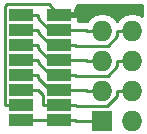
<source format=gtl>
G04 #@! TF.FileFunction,Copper,L1,Top,Signal*
%FSLAX46Y46*%
G04 Gerber Fmt 4.6, Leading zero omitted, Abs format (unit mm)*
G04 Created by KiCad (PCBNEW 4.0.6) date Monday 02 October 2017 'à' 00:53:35*
%MOMM*%
%LPD*%
G01*
G04 APERTURE LIST*
%ADD10C,0.100000*%
%ADD11R,1.727200X1.727200*%
%ADD12O,1.727200X1.727200*%
%ADD13R,2.000000X1.000000*%
%ADD14C,0.889000*%
%ADD15C,0.254000*%
G04 APERTURE END LIST*
D10*
D11*
X126925000Y-78675000D03*
D12*
X129465000Y-78675000D03*
X126925000Y-76135000D03*
X129465000Y-76135000D03*
X126925000Y-73595000D03*
X129465000Y-73595000D03*
X126925000Y-71055000D03*
X129465000Y-71055000D03*
D13*
X123300000Y-78600000D03*
X123300000Y-77330000D03*
X123300000Y-76060000D03*
X123300000Y-74790000D03*
X123300000Y-73520000D03*
X123300000Y-72250000D03*
X123300000Y-70980000D03*
X123300000Y-69710000D03*
X120100000Y-78600000D03*
X120100000Y-77330000D03*
X120100000Y-76060000D03*
X120100000Y-74790000D03*
X120100000Y-73520000D03*
X120100000Y-72250000D03*
X120100000Y-70980000D03*
X120100000Y-69710000D03*
D14*
X124999600Y-69391700D03*
D15*
X120100000Y-78600000D02*
X123300000Y-78600000D01*
X124756300Y-78675000D02*
X126925000Y-78675000D01*
X124681300Y-78600000D02*
X124756300Y-78675000D01*
X123300000Y-78600000D02*
X124681300Y-78600000D01*
X123300000Y-69710000D02*
X124681300Y-69710000D01*
X124999600Y-69391700D02*
X124681300Y-69710000D01*
X122418600Y-68828600D02*
X123300000Y-69710000D01*
X118875400Y-68828600D02*
X122418600Y-68828600D01*
X118718700Y-68985300D02*
X118875400Y-68828600D01*
X118718700Y-77330000D02*
X118718700Y-68985300D01*
X120100000Y-77330000D02*
X118718700Y-77330000D01*
X121918700Y-76497400D02*
X121481300Y-76060000D01*
X121918700Y-77330000D02*
X121918700Y-76497400D01*
X123300000Y-77330000D02*
X121918700Y-77330000D01*
X124781300Y-77430000D02*
X124681300Y-77330000D01*
X127391900Y-77430000D02*
X124781300Y-77430000D01*
X128220100Y-76601800D02*
X127391900Y-77430000D01*
X128220100Y-76135000D02*
X128220100Y-76601800D01*
X129465000Y-76135000D02*
X128220100Y-76135000D01*
X123300000Y-77330000D02*
X124681300Y-77330000D01*
X120100000Y-76060000D02*
X121481300Y-76060000D01*
X125605100Y-76060000D02*
X125680100Y-76135000D01*
X123300000Y-76060000D02*
X125605100Y-76060000D01*
X126925000Y-76135000D02*
X125680100Y-76135000D01*
X122513400Y-76060000D02*
X123300000Y-76060000D01*
X121481300Y-75027900D02*
X122513400Y-76060000D01*
X121481300Y-74790000D02*
X121481300Y-75027900D01*
X120100000Y-74790000D02*
X121481300Y-74790000D01*
X121481300Y-73750400D02*
X121481300Y-73520000D01*
X122520900Y-74790000D02*
X121481300Y-73750400D01*
X123300000Y-74790000D02*
X122520900Y-74790000D01*
X124756300Y-74865000D02*
X124681300Y-74790000D01*
X127416900Y-74865000D02*
X124756300Y-74865000D01*
X128220100Y-74061800D02*
X127416900Y-74865000D01*
X128220100Y-73595000D02*
X128220100Y-74061800D01*
X129465000Y-73595000D02*
X128220100Y-73595000D01*
X123300000Y-74790000D02*
X124681300Y-74790000D01*
X120100000Y-73520000D02*
X121481300Y-73520000D01*
X125605100Y-73520000D02*
X125680100Y-73595000D01*
X123300000Y-73520000D02*
X125605100Y-73520000D01*
X126925000Y-73595000D02*
X125680100Y-73595000D01*
X122481000Y-73520000D02*
X123300000Y-73520000D01*
X121481300Y-72520300D02*
X122481000Y-73520000D01*
X121481300Y-72250000D02*
X121481300Y-72520300D01*
X120100000Y-72250000D02*
X121481300Y-72250000D01*
X121481300Y-71210400D02*
X121481300Y-70980000D01*
X122520900Y-72250000D02*
X121481300Y-71210400D01*
X123300000Y-72250000D02*
X122520900Y-72250000D01*
X124756300Y-72325000D02*
X124681300Y-72250000D01*
X127416900Y-72325000D02*
X124756300Y-72325000D01*
X128220100Y-71521800D02*
X127416900Y-72325000D01*
X128220100Y-71055000D02*
X128220100Y-71521800D01*
X129465000Y-71055000D02*
X128220100Y-71055000D01*
X123300000Y-72250000D02*
X124681300Y-72250000D01*
X120100000Y-70980000D02*
X121481300Y-70980000D01*
X125605100Y-70980000D02*
X125680100Y-71055000D01*
X123300000Y-70980000D02*
X125605100Y-70980000D01*
X126925000Y-71055000D02*
X125680100Y-71055000D01*
X122481000Y-70980000D02*
X123300000Y-70980000D01*
X121481300Y-69980300D02*
X122481000Y-70980000D01*
X121481300Y-69710000D02*
X121481300Y-69980300D01*
X120100000Y-69710000D02*
X121481300Y-69710000D01*
G36*
X129592000Y-78548000D02*
X129612000Y-78548000D01*
X129612000Y-78802000D01*
X129592000Y-78802000D01*
X129592000Y-78822000D01*
X129338000Y-78822000D01*
X129338000Y-78802000D01*
X129318000Y-78802000D01*
X129318000Y-78548000D01*
X129338000Y-78548000D01*
X129338000Y-78528000D01*
X129592000Y-78528000D01*
X129592000Y-78548000D01*
X129592000Y-78548000D01*
G37*
X129592000Y-78548000D02*
X129612000Y-78548000D01*
X129612000Y-78802000D01*
X129592000Y-78802000D01*
X129592000Y-78822000D01*
X129338000Y-78822000D01*
X129338000Y-78802000D01*
X129318000Y-78802000D01*
X129318000Y-78548000D01*
X129338000Y-78548000D01*
X129338000Y-78528000D01*
X129592000Y-78528000D01*
X129592000Y-78548000D01*
G36*
X120247000Y-77452560D02*
X119953000Y-77452560D01*
X119953000Y-77207440D01*
X120247000Y-77207440D01*
X120247000Y-77452560D01*
X120247000Y-77452560D01*
G37*
X120247000Y-77452560D02*
X119953000Y-77452560D01*
X119953000Y-77207440D01*
X120247000Y-77207440D01*
X120247000Y-77452560D01*
G36*
X130315000Y-69835616D02*
X130067848Y-69670474D01*
X129494359Y-69556400D01*
X129435641Y-69556400D01*
X128862152Y-69670474D01*
X128375971Y-69995330D01*
X128195000Y-70266172D01*
X128014029Y-69995330D01*
X127527848Y-69670474D01*
X126954359Y-69556400D01*
X126895641Y-69556400D01*
X126322152Y-69670474D01*
X125835971Y-69995330D01*
X125677557Y-70232413D01*
X125605100Y-70218000D01*
X124935000Y-70218000D01*
X124935000Y-69995750D01*
X124776250Y-69837000D01*
X124321925Y-69837000D01*
X124300000Y-69832560D01*
X123153000Y-69832560D01*
X123153000Y-69583000D01*
X123173000Y-69583000D01*
X123173000Y-69563000D01*
X123427000Y-69563000D01*
X123427000Y-69583000D01*
X124776250Y-69583000D01*
X124935000Y-69424250D01*
X124935000Y-69083691D01*
X124852699Y-68885000D01*
X130315000Y-68885000D01*
X130315000Y-69835616D01*
X130315000Y-69835616D01*
G37*
X130315000Y-69835616D02*
X130067848Y-69670474D01*
X129494359Y-69556400D01*
X129435641Y-69556400D01*
X128862152Y-69670474D01*
X128375971Y-69995330D01*
X128195000Y-70266172D01*
X128014029Y-69995330D01*
X127527848Y-69670474D01*
X126954359Y-69556400D01*
X126895641Y-69556400D01*
X126322152Y-69670474D01*
X125835971Y-69995330D01*
X125677557Y-70232413D01*
X125605100Y-70218000D01*
X124935000Y-70218000D01*
X124935000Y-69995750D01*
X124776250Y-69837000D01*
X124321925Y-69837000D01*
X124300000Y-69832560D01*
X123153000Y-69832560D01*
X123153000Y-69583000D01*
X123173000Y-69583000D01*
X123173000Y-69563000D01*
X123427000Y-69563000D01*
X123427000Y-69583000D01*
X124776250Y-69583000D01*
X124935000Y-69424250D01*
X124935000Y-69083691D01*
X124852699Y-68885000D01*
X130315000Y-68885000D01*
X130315000Y-69835616D01*
M02*

</source>
